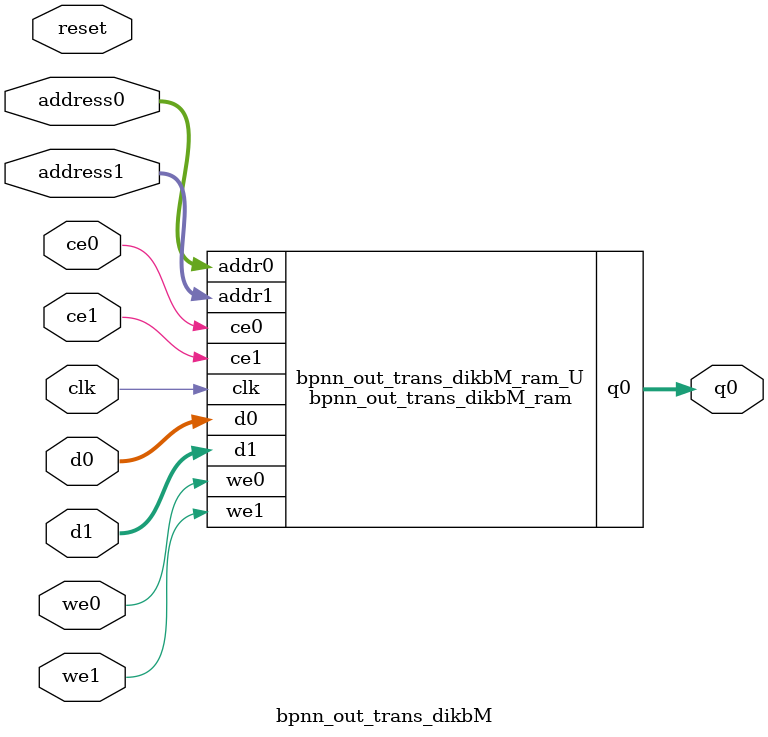
<source format=v>

`timescale 1 ns / 1 ps
module bpnn_out_trans_dikbM_ram (addr0, ce0, d0, we0, q0, addr1, ce1, d1, we1,  clk);

parameter DWIDTH = 20;
parameter AWIDTH = 4;
parameter MEM_SIZE = 14;

input[AWIDTH-1:0] addr0;
input ce0;
input[DWIDTH-1:0] d0;
input we0;
output reg[DWIDTH-1:0] q0;
input[AWIDTH-1:0] addr1;
input ce1;
input[DWIDTH-1:0] d1;
input we1;
input clk;

(* ram_style = "block" *)reg [DWIDTH-1:0] ram[0:MEM_SIZE-1];




always @(posedge clk)  
begin 
    if (ce0) 
    begin
        if (we0) 
        begin 
            ram[addr0] <= d0; 
            q0 <= d0;
        end 
        else 
            q0 <= ram[addr0];
    end
end


always @(posedge clk)  
begin 
    if (ce1) 
    begin
        if (we1) 
        begin 
            ram[addr1] <= d1; 
        end 
    end
end


endmodule


`timescale 1 ns / 1 ps
module bpnn_out_trans_dikbM(
    reset,
    clk,
    address0,
    ce0,
    we0,
    d0,
    q0,
    address1,
    ce1,
    we1,
    d1);

parameter DataWidth = 32'd20;
parameter AddressRange = 32'd14;
parameter AddressWidth = 32'd4;
input reset;
input clk;
input[AddressWidth - 1:0] address0;
input ce0;
input we0;
input[DataWidth - 1:0] d0;
output[DataWidth - 1:0] q0;
input[AddressWidth - 1:0] address1;
input ce1;
input we1;
input[DataWidth - 1:0] d1;



bpnn_out_trans_dikbM_ram bpnn_out_trans_dikbM_ram_U(
    .clk( clk ),
    .addr0( address0 ),
    .ce0( ce0 ),
    .we0( we0 ),
    .d0( d0 ),
    .q0( q0 ),
    .addr1( address1 ),
    .ce1( ce1 ),
    .we1( we1 ),
    .d1( d1 ));

endmodule


</source>
